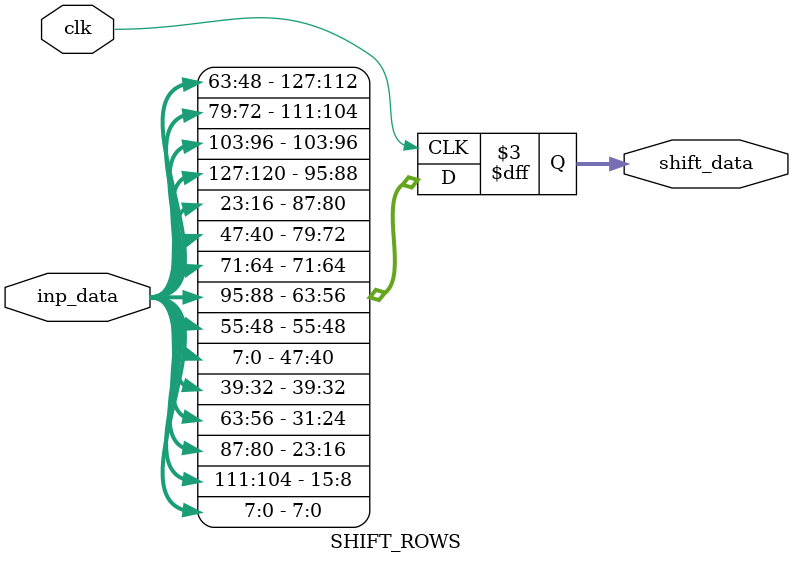
<source format=v>
module SHIFT_ROWS(clk,inp_data,shift_data);

input clk;
input [127:0] inp_data;
output reg [127:0] shift_data = 128'b0;

    always @(posedge clk) begin
        shift_data[7:0] = inp_data[7:0];
        shift_data[15:8] = inp_data[111:104];
        shift_data[23:16] = inp_data[87:80];
        shift_data[31:24] = inp_data[63:56];

        shift_data[39:32] = inp_data[39:32];
        shift_data[47:40] = inp_data[7:0];
        shift_data[55:48] = inp_data[55:48];
        shift_data[63:56] = inp_data[95:88];

        shift_data[71:64] = inp_data[71:64];
        shift_data[79:72] = inp_data[47:40];
        shift_data[87:80] = inp_data[23:16];
        shift_data[95:88] = inp_data[127:120];

        shift_data[103:96] = inp_data[103:96];
        shift_data[111:104] = inp_data[79:72];
        shift_data[119:112] = inp_data[55:48];
        shift_data[127:120] = inp_data[63:56];
    end

endmodule
</source>
